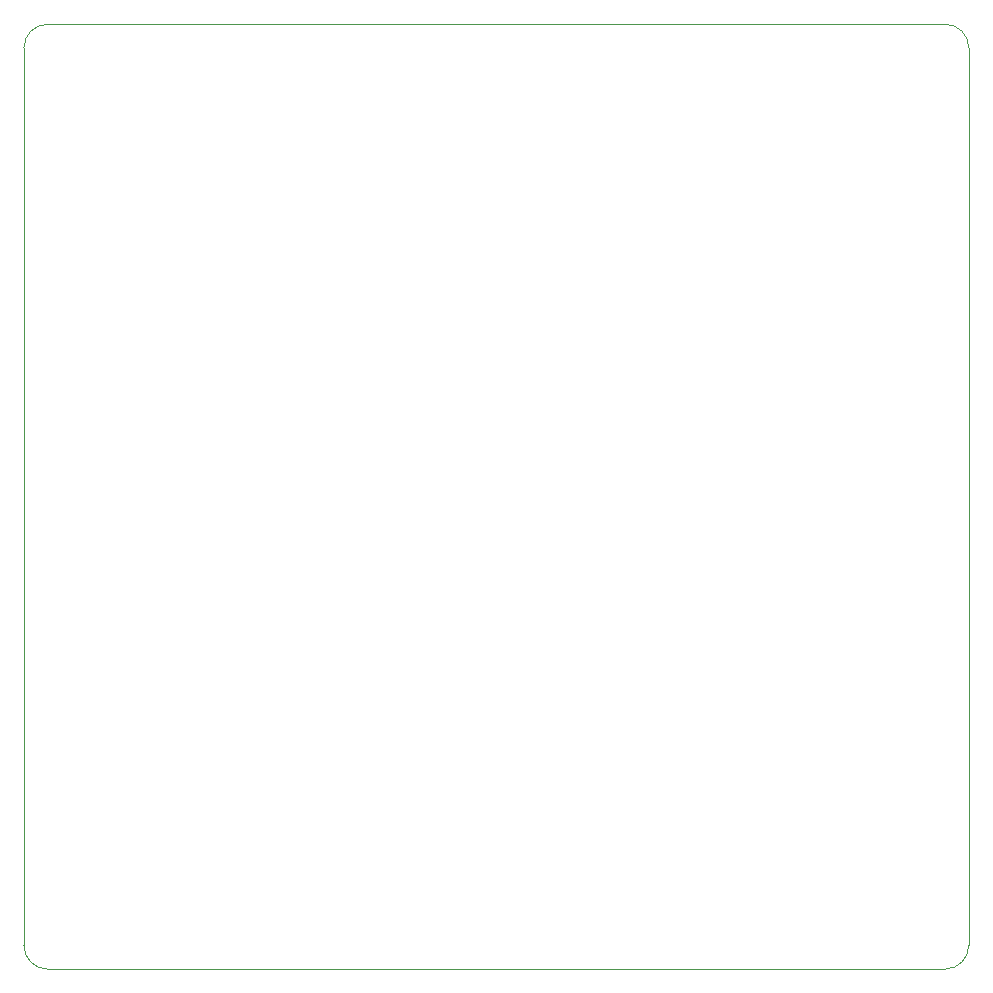
<source format=gbr>
%TF.GenerationSoftware,KiCad,Pcbnew,(5.1.9-0-10_14)*%
%TF.CreationDate,2022-01-06T22:40:05+01:00*%
%TF.ProjectId,8x8_supercomputer,3878385f-7375-4706-9572-636f6d707574,rev?*%
%TF.SameCoordinates,Original*%
%TF.FileFunction,Profile,NP*%
%FSLAX46Y46*%
G04 Gerber Fmt 4.6, Leading zero omitted, Abs format (unit mm)*
G04 Created by KiCad (PCBNEW (5.1.9-0-10_14)) date 2022-01-06 22:40:05*
%MOMM*%
%LPD*%
G01*
G04 APERTURE LIST*
%TA.AperFunction,Profile*%
%ADD10C,0.050000*%
%TD*%
G04 APERTURE END LIST*
D10*
X80000000Y-78000000D02*
G75*
G02*
X78000000Y-80000000I-2000000J0D01*
G01*
X2000000Y-80000000D02*
G75*
G02*
X0Y-78000000I0J2000000D01*
G01*
X0Y-2000000D02*
G75*
G02*
X2000000Y0I2000000J0D01*
G01*
X78000000Y0D02*
G75*
G02*
X80000000Y-2000000I0J-2000000D01*
G01*
X0Y-78000000D02*
X0Y-2000000D01*
X78000000Y-80000000D02*
X2000000Y-80000000D01*
X80000000Y-2000000D02*
X80000000Y-78000000D01*
X2000000Y0D02*
X78000000Y0D01*
M02*

</source>
